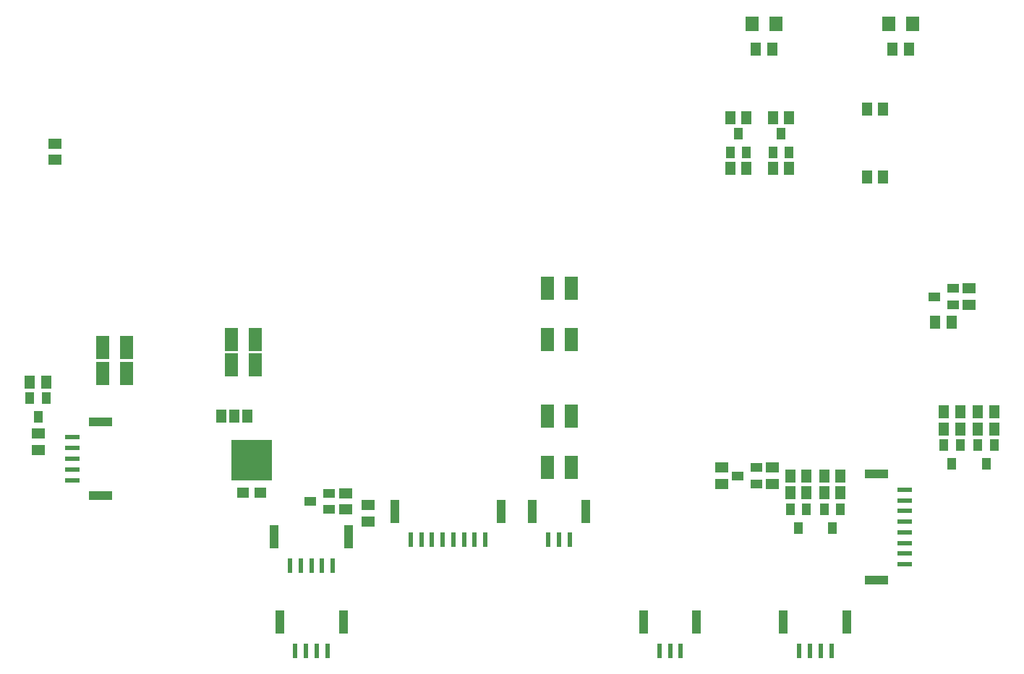
<source format=gbr>
G04 EAGLE Gerber RS-274X export*
G75*
%MOMM*%
%FSLAX34Y34*%
%LPD*%
%INSolderpaste Top*%
%IPPOS*%
%AMOC8*
5,1,8,0,0,1.08239X$1,22.5*%
G01*
%ADD10R,0.600000X1.700000*%
%ADD11R,1.000000X2.800000*%
%ADD12R,1.600000X1.803000*%
%ADD13R,1.300000X1.500000*%
%ADD14R,1.700000X0.600000*%
%ADD15R,2.800000X1.000000*%
%ADD16R,4.800000X4.720000*%
%ADD17R,1.400000X1.270000*%
%ADD18R,1.500000X1.300000*%
%ADD19R,1.168400X1.600200*%
%ADD20R,1.400000X1.000000*%
%ADD21R,1.000000X1.400000*%
%ADD22R,1.600000X2.700000*%


D10*
X418750Y25000D03*
X406250Y25000D03*
D11*
X362750Y58500D03*
X437250Y58500D03*
D10*
X393750Y25000D03*
X381250Y25000D03*
X1008750Y25000D03*
X996250Y25000D03*
D11*
X952750Y58500D03*
X1027250Y58500D03*
D10*
X983750Y25000D03*
X971250Y25000D03*
X832500Y25000D03*
X820000Y25000D03*
D11*
X789000Y58500D03*
X851000Y58500D03*
D10*
X807500Y25000D03*
D12*
X915780Y760000D03*
X944220Y760000D03*
X1104220Y760000D03*
X1075780Y760000D03*
D13*
X920500Y730000D03*
X939500Y730000D03*
X1080500Y730000D03*
X1099500Y730000D03*
D14*
X1095000Y213750D03*
X1095000Y201250D03*
D15*
X1061500Y107750D03*
X1061500Y232250D03*
D14*
X1095000Y188750D03*
X1095000Y176250D03*
X1095000Y163750D03*
X1095000Y151250D03*
X1095000Y138750D03*
X1095000Y126250D03*
D10*
X425000Y125000D03*
X412500Y125000D03*
D11*
X356500Y158500D03*
X443500Y158500D03*
D10*
X400000Y125000D03*
X387500Y125000D03*
X375000Y125000D03*
D14*
X120000Y225000D03*
X120000Y237500D03*
D15*
X153500Y293500D03*
X153500Y206500D03*
D14*
X120000Y250000D03*
X120000Y262500D03*
X120000Y275000D03*
D10*
X702500Y155000D03*
X690000Y155000D03*
D11*
X659000Y188500D03*
X721000Y188500D03*
D10*
X677500Y155000D03*
X603750Y155000D03*
X591250Y155000D03*
D11*
X497750Y188500D03*
X622250Y188500D03*
D10*
X578750Y155000D03*
X566250Y155000D03*
X553750Y155000D03*
X541250Y155000D03*
X528750Y155000D03*
X516250Y155000D03*
D16*
X330000Y248100D03*
D17*
X319600Y210000D03*
X340400Y210000D03*
D18*
X100000Y619500D03*
X100000Y600500D03*
D19*
X325240Y300000D03*
X310000Y300000D03*
X294760Y300000D03*
D20*
X1129000Y440000D03*
X1151000Y449500D03*
X1151000Y430500D03*
D18*
X1170000Y430500D03*
X1170000Y449500D03*
D13*
X1149500Y410000D03*
X1130500Y410000D03*
D21*
X80000Y299000D03*
X70500Y321000D03*
X89500Y321000D03*
D13*
X89500Y340000D03*
X70500Y340000D03*
D18*
X80000Y260500D03*
X80000Y279500D03*
D20*
X399000Y200000D03*
X421000Y209500D03*
X421000Y190500D03*
D18*
X440000Y190500D03*
X440000Y209500D03*
X466000Y176500D03*
X466000Y195500D03*
D21*
X900000Y631000D03*
X909500Y609000D03*
X890500Y609000D03*
D13*
X890500Y590000D03*
X909500Y590000D03*
X909500Y650000D03*
X890500Y650000D03*
D21*
X950000Y631000D03*
X959500Y609000D03*
X940500Y609000D03*
D13*
X940500Y590000D03*
X959500Y590000D03*
X940500Y650000D03*
X959500Y650000D03*
D21*
X1010000Y169000D03*
X1000500Y191000D03*
X1019500Y191000D03*
D13*
X1019500Y210000D03*
X1000500Y210000D03*
X1000500Y230000D03*
X1019500Y230000D03*
D21*
X970000Y169000D03*
X960500Y191000D03*
X979500Y191000D03*
D13*
X979500Y210000D03*
X960500Y210000D03*
X960500Y230000D03*
X979500Y230000D03*
D22*
X676000Y240000D03*
X704000Y240000D03*
X676000Y300000D03*
X704000Y300000D03*
X676000Y390000D03*
X704000Y390000D03*
X676000Y450000D03*
X704000Y450000D03*
X184000Y380000D03*
X156000Y380000D03*
X184000Y350000D03*
X156000Y350000D03*
X334000Y360000D03*
X306000Y360000D03*
X334000Y390000D03*
X306000Y390000D03*
D13*
X1069500Y660000D03*
X1050500Y660000D03*
X1069500Y580000D03*
X1050500Y580000D03*
D20*
X899000Y230000D03*
X921000Y239500D03*
X921000Y220500D03*
D18*
X940000Y220500D03*
X940000Y239500D03*
X880000Y239500D03*
X880000Y220500D03*
D21*
X1190000Y244000D03*
X1180500Y266000D03*
X1199500Y266000D03*
D13*
X1199500Y285000D03*
X1180500Y285000D03*
X1180500Y305000D03*
X1199500Y305000D03*
D21*
X1150000Y244000D03*
X1140500Y266000D03*
X1159500Y266000D03*
D13*
X1159500Y285000D03*
X1140500Y285000D03*
X1140500Y305000D03*
X1159500Y305000D03*
M02*

</source>
